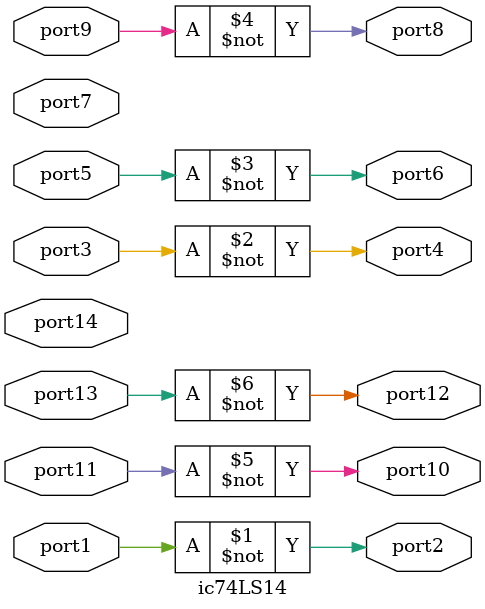
<source format=v>

module ic74LS14(
input wire port1,
output wire port2,
input wire port3,
output wire port4,
input wire port5,
output wire port6,
input wire port7,
output wire port8,
input wire port9,
output wire port10,
input wire port11,
output wire port12,
input wire port13,
input wire port14
);

assign port2 = ~port1;
assign port4 = ~port3;
assign port6 = ~port5;
assign port8 = ~port9;
assign port10 = ~port11;
assign port12 = ~port13;
endmodule
</source>
